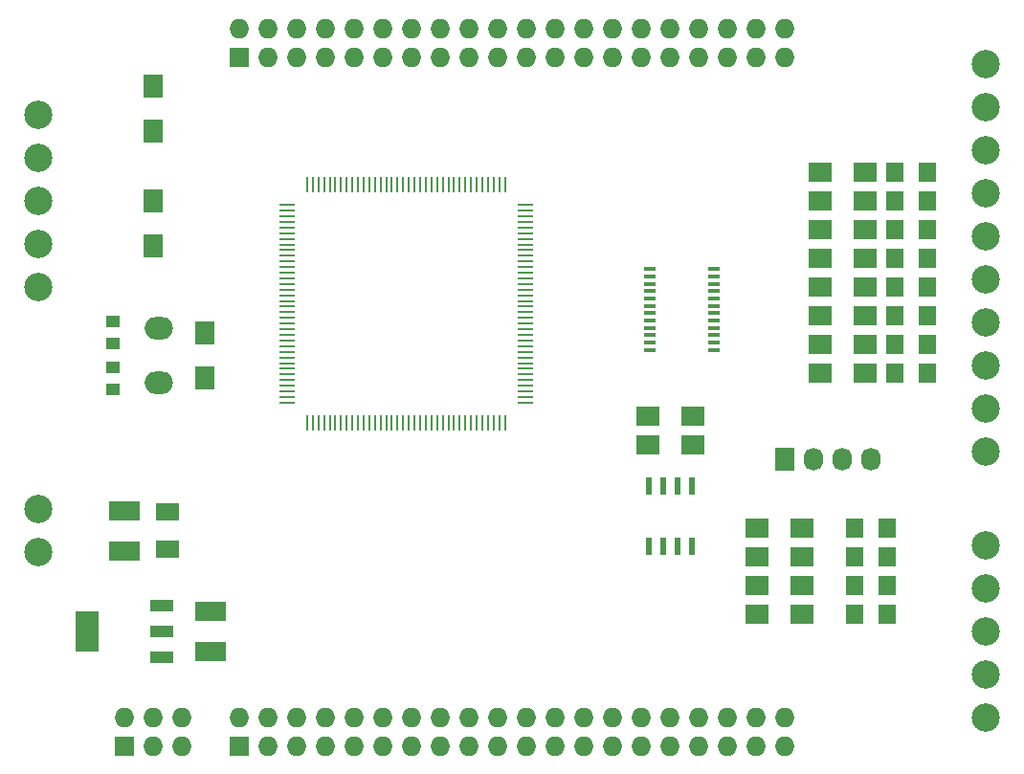
<source format=gbr>
G04 #@! TF.FileFunction,Soldermask,Top*
%FSLAX46Y46*%
G04 Gerber Fmt 4.6, Leading zero omitted, Abs format (unit mm)*
G04 Created by KiCad (PCBNEW (after 2015-mar-04 BZR unknown)-product) date 23.07.2015 21:04:28*
%MOMM*%
G01*
G04 APERTURE LIST*
%ADD10C,0.100000*%
%ADD11R,2.794000X1.778000*%
%ADD12R,2.032000X1.524000*%
%ADD13R,1.597660X1.800860*%
%ADD14R,1.727200X1.727200*%
%ADD15O,1.727200X1.727200*%
%ADD16R,1.727200X2.032000*%
%ADD17O,1.727200X2.032000*%
%ADD18R,1.700000X2.000000*%
%ADD19R,2.000000X1.700000*%
%ADD20R,1.450000X0.250000*%
%ADD21R,0.250000X1.450000*%
%ADD22R,2.032000X3.657600*%
%ADD23R,2.032000X1.016000*%
%ADD24R,0.600000X1.550000*%
%ADD25R,1.250000X1.000000*%
%ADD26O,2.499360X1.998980*%
%ADD27C,2.500000*%
%ADD28R,1.100000X0.400000*%
G04 APERTURE END LIST*
D10*
D11*
X127000000Y-104648000D03*
X127000000Y-101092000D03*
D12*
X130810000Y-104521000D03*
X130810000Y-101219000D03*
D11*
X134620000Y-109982000D03*
X134620000Y-113538000D03*
D13*
X198015860Y-88900000D03*
X195176140Y-88900000D03*
X198015860Y-86360000D03*
X195176140Y-86360000D03*
X198015860Y-83820000D03*
X195176140Y-83820000D03*
X198015860Y-81280000D03*
X195176140Y-81280000D03*
X198015860Y-78740000D03*
X195176140Y-78740000D03*
X198015860Y-76200000D03*
X195176140Y-76200000D03*
X198015860Y-73660000D03*
X195176140Y-73660000D03*
X198015860Y-71120000D03*
X195176140Y-71120000D03*
X194459860Y-102616000D03*
X191620140Y-102616000D03*
X194459860Y-105156000D03*
X191620140Y-105156000D03*
X194459860Y-107696000D03*
X191620140Y-107696000D03*
X194459860Y-110236000D03*
X191620140Y-110236000D03*
D14*
X127000000Y-121920000D03*
D15*
X127000000Y-119380000D03*
X129540000Y-121920000D03*
X129540000Y-119380000D03*
X132080000Y-121920000D03*
X132080000Y-119380000D03*
D14*
X137160000Y-121920000D03*
D15*
X137160000Y-119380000D03*
X139700000Y-121920000D03*
X139700000Y-119380000D03*
X142240000Y-121920000D03*
X142240000Y-119380000D03*
X144780000Y-121920000D03*
X144780000Y-119380000D03*
X147320000Y-121920000D03*
X147320000Y-119380000D03*
X149860000Y-121920000D03*
X149860000Y-119380000D03*
X152400000Y-121920000D03*
X152400000Y-119380000D03*
X154940000Y-121920000D03*
X154940000Y-119380000D03*
X157480000Y-121920000D03*
X157480000Y-119380000D03*
X160020000Y-121920000D03*
X160020000Y-119380000D03*
X162560000Y-121920000D03*
X162560000Y-119380000D03*
X165100000Y-121920000D03*
X165100000Y-119380000D03*
X167640000Y-121920000D03*
X167640000Y-119380000D03*
X170180000Y-121920000D03*
X170180000Y-119380000D03*
X172720000Y-121920000D03*
X172720000Y-119380000D03*
X175260000Y-121920000D03*
X175260000Y-119380000D03*
X177800000Y-121920000D03*
X177800000Y-119380000D03*
X180340000Y-121920000D03*
X180340000Y-119380000D03*
X182880000Y-121920000D03*
X182880000Y-119380000D03*
X185420000Y-121920000D03*
X185420000Y-119380000D03*
D14*
X137160000Y-60960000D03*
D15*
X137160000Y-58420000D03*
X139700000Y-60960000D03*
X139700000Y-58420000D03*
X142240000Y-60960000D03*
X142240000Y-58420000D03*
X144780000Y-60960000D03*
X144780000Y-58420000D03*
X147320000Y-60960000D03*
X147320000Y-58420000D03*
X149860000Y-60960000D03*
X149860000Y-58420000D03*
X152400000Y-60960000D03*
X152400000Y-58420000D03*
X154940000Y-60960000D03*
X154940000Y-58420000D03*
X157480000Y-60960000D03*
X157480000Y-58420000D03*
X160020000Y-60960000D03*
X160020000Y-58420000D03*
X162560000Y-60960000D03*
X162560000Y-58420000D03*
X165100000Y-60960000D03*
X165100000Y-58420000D03*
X167640000Y-60960000D03*
X167640000Y-58420000D03*
X170180000Y-60960000D03*
X170180000Y-58420000D03*
X172720000Y-60960000D03*
X172720000Y-58420000D03*
X175260000Y-60960000D03*
X175260000Y-58420000D03*
X177800000Y-60960000D03*
X177800000Y-58420000D03*
X180340000Y-60960000D03*
X180340000Y-58420000D03*
X182880000Y-60960000D03*
X182880000Y-58420000D03*
X185420000Y-60960000D03*
X185420000Y-58420000D03*
D16*
X185420000Y-96520000D03*
D17*
X187960000Y-96520000D03*
X190500000Y-96520000D03*
X193040000Y-96520000D03*
D18*
X134112000Y-85376000D03*
X134112000Y-89376000D03*
X129540000Y-63532000D03*
X129540000Y-67532000D03*
X129540000Y-77692000D03*
X129540000Y-73692000D03*
D19*
X192500000Y-88900000D03*
X188500000Y-88900000D03*
X192500000Y-86360000D03*
X188500000Y-86360000D03*
X192500000Y-83820000D03*
X188500000Y-83820000D03*
X192500000Y-81280000D03*
X188500000Y-81280000D03*
X192500000Y-78740000D03*
X188500000Y-78740000D03*
X192500000Y-76200000D03*
X188500000Y-76200000D03*
X192500000Y-73660000D03*
X188500000Y-73660000D03*
X192500000Y-71120000D03*
X188500000Y-71120000D03*
X177260000Y-95250000D03*
X173260000Y-95250000D03*
X177260000Y-92710000D03*
X173260000Y-92710000D03*
X186912000Y-102616000D03*
X182912000Y-102616000D03*
X186912000Y-105156000D03*
X182912000Y-105156000D03*
X186912000Y-107696000D03*
X182912000Y-107696000D03*
X186912000Y-110236000D03*
X182912000Y-110236000D03*
D20*
X141342000Y-74054000D03*
X141342000Y-74554000D03*
X141342000Y-75054000D03*
X141342000Y-75554000D03*
X141342000Y-76054000D03*
X141342000Y-76554000D03*
X141342000Y-77054000D03*
X141342000Y-77554000D03*
X141342000Y-78054000D03*
X141342000Y-78554000D03*
X141342000Y-79054000D03*
X141342000Y-79554000D03*
X141342000Y-80054000D03*
X141342000Y-80554000D03*
X141342000Y-81054000D03*
X141342000Y-81554000D03*
X141342000Y-82054000D03*
X141342000Y-82554000D03*
X141342000Y-83054000D03*
X141342000Y-83554000D03*
X141342000Y-84054000D03*
X141342000Y-84554000D03*
X141342000Y-85054000D03*
X141342000Y-85554000D03*
X141342000Y-86054000D03*
X141342000Y-86554000D03*
X141342000Y-87054000D03*
X141342000Y-87554000D03*
X141342000Y-88054000D03*
X141342000Y-88554000D03*
X141342000Y-89054000D03*
X141342000Y-89554000D03*
X141342000Y-90054000D03*
X141342000Y-90554000D03*
X141342000Y-91054000D03*
X141342000Y-91554000D03*
D21*
X143142000Y-93354000D03*
X143642000Y-93354000D03*
X144142000Y-93354000D03*
X144642000Y-93354000D03*
X145142000Y-93354000D03*
X145642000Y-93354000D03*
X146142000Y-93354000D03*
X146642000Y-93354000D03*
X147142000Y-93354000D03*
X147642000Y-93354000D03*
X148142000Y-93354000D03*
X148642000Y-93354000D03*
X149142000Y-93354000D03*
X149642000Y-93354000D03*
X150142000Y-93354000D03*
X150642000Y-93354000D03*
X151142000Y-93354000D03*
X151642000Y-93354000D03*
X152142000Y-93354000D03*
X152642000Y-93354000D03*
X153142000Y-93354000D03*
X153642000Y-93354000D03*
X154142000Y-93354000D03*
X154642000Y-93354000D03*
X155142000Y-93354000D03*
X155642000Y-93354000D03*
X156142000Y-93354000D03*
X156642000Y-93354000D03*
X157142000Y-93354000D03*
X157642000Y-93354000D03*
X158142000Y-93354000D03*
X158642000Y-93354000D03*
X159142000Y-93354000D03*
X159642000Y-93354000D03*
X160142000Y-93354000D03*
X160642000Y-93354000D03*
D20*
X162442000Y-91554000D03*
X162442000Y-91054000D03*
X162442000Y-90554000D03*
X162442000Y-90054000D03*
X162442000Y-89554000D03*
X162442000Y-89054000D03*
X162442000Y-88554000D03*
X162442000Y-88054000D03*
X162442000Y-87554000D03*
X162442000Y-87054000D03*
X162442000Y-86554000D03*
X162442000Y-86054000D03*
X162442000Y-85554000D03*
X162442000Y-85054000D03*
X162442000Y-84554000D03*
X162442000Y-84054000D03*
X162442000Y-83554000D03*
X162442000Y-83054000D03*
X162442000Y-82554000D03*
X162442000Y-82054000D03*
X162442000Y-81554000D03*
X162442000Y-81054000D03*
X162442000Y-80554000D03*
X162442000Y-80054000D03*
X162442000Y-79554000D03*
X162442000Y-79054000D03*
X162442000Y-78554000D03*
X162442000Y-78054000D03*
X162442000Y-77554000D03*
X162442000Y-77054000D03*
X162442000Y-76554000D03*
X162442000Y-76054000D03*
X162442000Y-75554000D03*
X162442000Y-75054000D03*
X162442000Y-74554000D03*
X162442000Y-74054000D03*
D21*
X160642000Y-72254000D03*
X160142000Y-72254000D03*
X159642000Y-72254000D03*
X159142000Y-72254000D03*
X158642000Y-72254000D03*
X158142000Y-72254000D03*
X157642000Y-72254000D03*
X157142000Y-72254000D03*
X156642000Y-72254000D03*
X156142000Y-72254000D03*
X155642000Y-72254000D03*
X155142000Y-72254000D03*
X154642000Y-72254000D03*
X154142000Y-72254000D03*
X153642000Y-72254000D03*
X153142000Y-72254000D03*
X152642000Y-72254000D03*
X152142000Y-72254000D03*
X151642000Y-72254000D03*
X151142000Y-72254000D03*
X150642000Y-72254000D03*
X150142000Y-72254000D03*
X149642000Y-72254000D03*
X149142000Y-72254000D03*
X148642000Y-72254000D03*
X148142000Y-72254000D03*
X147642000Y-72254000D03*
X147142000Y-72254000D03*
X146642000Y-72254000D03*
X146142000Y-72254000D03*
X145642000Y-72254000D03*
X145142000Y-72254000D03*
X144642000Y-72254000D03*
X144142000Y-72254000D03*
X143642000Y-72254000D03*
X143142000Y-72254000D03*
D22*
X123698000Y-111760000D03*
D23*
X130302000Y-111760000D03*
X130302000Y-109474000D03*
X130302000Y-114046000D03*
D24*
X173355000Y-104300000D03*
X174625000Y-104300000D03*
X175895000Y-104300000D03*
X177165000Y-104300000D03*
X177165000Y-98900000D03*
X175895000Y-98900000D03*
X174625000Y-98900000D03*
X173355000Y-98900000D03*
D25*
X125984000Y-84344000D03*
X125984000Y-86344000D03*
X125984000Y-90408000D03*
X125984000Y-88408000D03*
D26*
X130048000Y-84935060D03*
X130048000Y-89816940D03*
D27*
X119380000Y-100965000D03*
X119380000Y-104775000D03*
X203200000Y-95885000D03*
X203200000Y-92075000D03*
X203200000Y-88265000D03*
X203200000Y-84455000D03*
X203200000Y-80645000D03*
X203200000Y-76835000D03*
X203200000Y-73025000D03*
X203200000Y-69215000D03*
X203200000Y-65405000D03*
X203200000Y-61595000D03*
X119380000Y-66040000D03*
X119380000Y-69850000D03*
X119380000Y-73660000D03*
X119380000Y-77470000D03*
X119380000Y-81280000D03*
X203200000Y-119380000D03*
X203200000Y-115570000D03*
X203200000Y-111760000D03*
X203200000Y-107950000D03*
X203200000Y-104140000D03*
D28*
X173426000Y-79737000D03*
X173426000Y-80387000D03*
X173426000Y-81037000D03*
X173426000Y-81687000D03*
X173426000Y-82337000D03*
X173426000Y-82987000D03*
X173426000Y-83637000D03*
X173426000Y-84287000D03*
X173426000Y-84937000D03*
X173426000Y-85587000D03*
X173426000Y-86237000D03*
X173426000Y-86887000D03*
X179126000Y-86887000D03*
X179126000Y-86237000D03*
X179126000Y-85587000D03*
X179126000Y-84937000D03*
X179126000Y-84287000D03*
X179126000Y-83637000D03*
X179126000Y-82987000D03*
X179126000Y-82337000D03*
X179126000Y-81687000D03*
X179126000Y-81037000D03*
X179126000Y-80387000D03*
X179126000Y-79737000D03*
M02*

</source>
